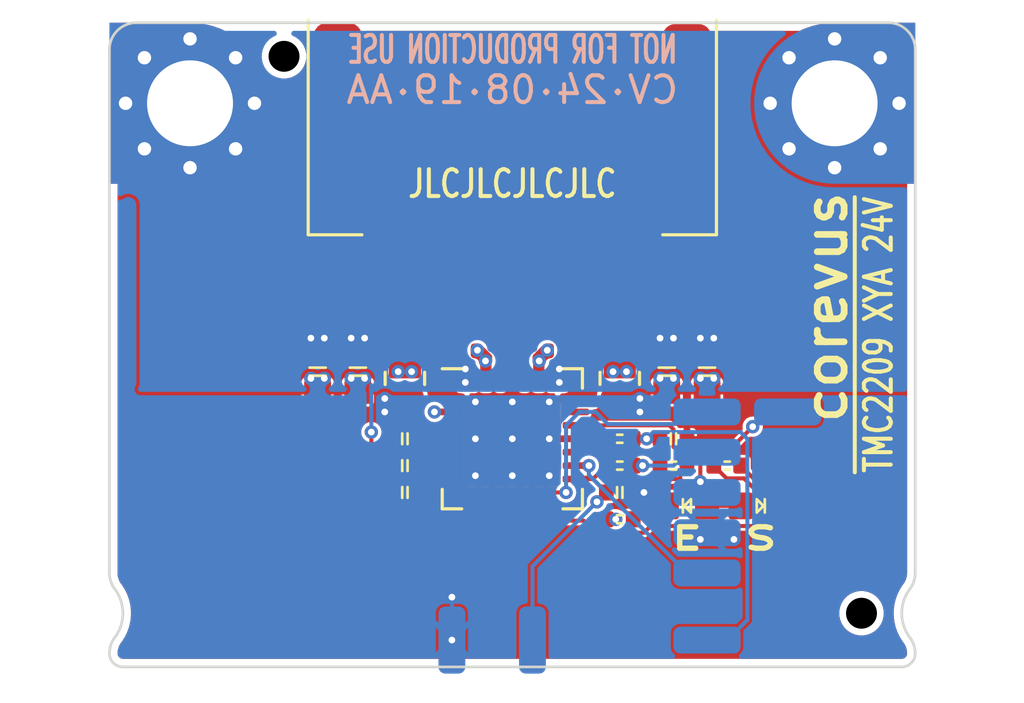
<source format=kicad_pcb>
(kicad_pcb (version 20240108) (generator "pcbnew") (generator_version "8.0")
  (layers (0 "F.Cu" signal) (1 "In1.Cu" power) (2 "In2.Cu" power) (31 "B.Cu" signal) (34 "B.Paste" user) (35 "F.Paste" user) (36 "B.SilkS" user "B.Silkscreen") (37 "F.SilkS" user "F.Silkscreen") (38 "B.Mask" user) (39 "F.Mask" user) (44 "Edge.Cuts" user))
  (net 0 "")
  (net 1 "/Diag")
  (net 2 "/UART")
  (net 3 "/BRA")
  (net 4 "GND")
  (net 5 "/BRB")
  (net 6 "/Step")
  (net 7 "/Dir")
  (net 8 "Net-(U1-CPO)")
  (net 10 "Net-(U1-5VOUT)")
  (net 11 "Net-(U1-CPI)")
  (net 12 "/~{En}")
  (net 14 "+24V")
  (net 17 "Net-(U1-VCP)")
  (net 19 "VCC")
  (net 21 "Net-(D1-K)")
  (net 23 "/B1")
  (net 24 "/B2")
  (net 25 "/A1")
  (net 26 "/A2")
  (net 27 "Net-(D2-K)")
  (net 28 "/THERM")
  (footprint "corevus:ToolingHole" (layer "F.Cu") (at 148 79)
    (property "Reference" "H3" (hide yes))
    (property "Value" "MountingHole")
    (pad "" np_thru_hole circle (at 0 0) (size 1.3 1.3) (drill 1.152) (layers "*.Mask"))
  )
  (footprint "corevus:TMC220x" (layer "F.Cu") (at 135 72.5)
    (property "Reference" "U1" (hide yes))
    (property "Value" "TMC2209-LA")
    (fp_line (start -2.61 2.61) (end -2.61 1.885) (stroke (width 0.12)) (layer "F.SilkS"))
    (fp_line (start -1.885 -2.61) (end -2.61 -2.61) (stroke (width 0.12)) (layer "F.SilkS"))
    (fp_line (start -1.885 2.61) (end -2.61 2.61) (stroke (width 0.12)) (layer "F.SilkS"))
    (fp_line (start 1.885 -2.61) (end 2.61 -2.61) (stroke (width 0.12)) (layer "F.SilkS"))
    (fp_line (start 1.885 2.61) (end 2.61 2.61) (stroke (width 0.12)) (layer "F.SilkS"))
    (fp_line (start 2.61 -2.61) (end 2.61 -1.885) (stroke (width 0.12)) (layer "F.SilkS"))
    (fp_line (start 2.61 2.61) (end 2.61 1.885) (stroke (width 0.12)) (layer "F.SilkS"))
    (pad "1" smd roundrect (at -2.3625 -1.5) (size 0.975 0.25) (layers "F.Cu" "F.Paste" "F.Mask") (net 24 "/B2"))
    (pad "2" smd roundrect (at -2.3625 -1) (size 0.975 0.25) (layers "F.Cu" "F.Paste" "F.Mask") (net 12 "/~{En}"))
    (pad "3" smd roundrect (at -2.3625 -0.5) (size 0.975 0.25) (layers "F.Cu" "F.Paste" "F.Mask") (net 4 "GND"))
    (pad "4" smd roundrect (at -2.3625 0) (size 0.975 0.25) (layers "F.Cu" "F.Paste" "F.Mask") (net 8 "Net-(U1-CPO)"))
    (pad "5" smd roundrect (at -2.3625 0.5) (size 0.975 0.25) (layers "F.Cu" "F.Paste" "F.Mask") (net 11 "Net-(U1-CPI)"))
    (pad "6" smd roundrect (at -2.3625 1) (size 0.975 0.25) (layers "F.Cu" "F.Paste" "F.Mask") (net 17 "Net-(U1-VCP)"))
    (pad "7" smd roundrect (at -2.3625 1.5) (size 0.975 0.25) (layers "F.Cu" "F.Paste" "F.Mask"))
    (pad "8" smd roundrect (at -1.5 2.3625) (size 0.25 0.975) (layers "F.Cu" "F.Paste" "F.Mask") (net 10 "Net-(U1-5VOUT)"))
    (pad "9" smd roundrect (at -1 2.3625) (size 0.25 0.975) (layers "F.Cu" "F.Paste" "F.Mask"))
    (pad "10" smd roundrect (at -0.5 2.3625) (size 0.25 0.975) (layers "F.Cu" "F.Paste" "F.Mask"))
    (pad "11" smd roundrect (at 0 2.3625) (size 0.25 0.975) (layers "F.Cu" "F.Paste" "F.Mask") (net 1 "/Diag"))
    (pad "12" smd roundrect (at 0.5 2.3625) (size 0.25 0.975) (layers "F.Cu" "F.Paste" "F.Mask"))
    (pad "13" smd roundrect (at 1 2.3625) (size 0.25 0.975) (layers "F.Cu" "F.Paste" "F.Mask"))
    (pad "14" smd roundrect (at 1.5 2.3625) (size 0.25 0.975) (layers "F.Cu" "F.Paste" "F.Mask") (net 2 "/UART"))
    (pad "15" smd roundrect (at 2.3625 1.5) (size 0.975 0.25) (layers "F.Cu" "F.Paste" "F.Mask") (net 19 "VCC"))
    (pad "16" smd roundrect (at 2.3625 1) (size 0.975 0.25) (layers "F.Cu" "F.Paste" "F.Mask") (net 6 "/Step"))
    (pad "17" smd roundrect (at 2.3625 0.5) (size 0.975 0.25) (layers "F.Cu" "F.Paste" "F.Mask"))
    (pad "18" smd roundrect (at 2.3625 0) (size 0.975 0.25) (layers "F.Cu" "F.Paste" "F.Mask") (net 4 "GND"))
    (pad "19" smd roundrect (at 2.3625 -0.5) (size 0.975 0.25) (layers "F.Cu" "F.Paste" "F.Mask") (net 7 "/Dir"))
    (pad "20" smd roundrect (at 2.3625 -1) (size 0.975 0.25) (layers "F.Cu" "F.Paste" "F.Mask"))
    (pad "21" smd roundrect (at 2.3625 -1.5) (size 0.975 0.25) (layers "F.Cu" "F.Paste" "F.Mask") (net 26 "/A2"))
    (pad "22" smd roundrect (at 1.5 -2.3625) (size 0.25 0.975) (layers "F.Cu" "F.Paste" "F.Mask") (net 14 "+24V"))
    (pad "23" smd roundrect (at 1 -2.3625) (size 0.25 0.975) (layers "F.Cu" "F.Paste" "F.Mask") (net 3 "/BRA"))
    (pad "24" smd roundrect (at 0.5 -2.3625) (size 0.25 0.975) (layers "F.Cu" "F.Paste" "F.Mask") (net 25 "/A1"))
    (pad "25" smd roundrect (at 0 -2.3625) (size 0.25 0.975) (layers "F.Cu" "F.Paste" "F.Mask") (net 4 "GND"))
    (pad "26" smd roundrect (at -0.5 -2.3625) (size 0.25 0.975) (layers "F.Cu" "F.Paste" "F.Mask") (net 23 "/B1"))
    (pad "27" smd roundrect (at -1 -2.3625) (size 0.25 0.975) (layers "F.Cu" "F.Paste" "F.Mask") (net 5 "/BRB"))
    (pad "28" smd roundrect (at -1.5 -2.3625) (size 0.25 0.975) (layers "F.Cu" "F.Paste" "F.Mask") (net 14 "+24V"))
    (pad "29" thru_hole circle (at -1.375 -1.375) (size 0.5 0.5) (drill 0.25) (layers "*.Cu") (net 4 "GND"))
    (pad "29" thru_hole circle (at -1.375 0) (size 0.5 0.5) (drill 0.25) (layers "*.Cu") (net 4 "GND"))
    (pad "29" thru_hole circle (at -1.375 1.375) (size 0.5 0.5) (drill 0.25) (layers "*.Cu") (net 4 "GND"))
    (pad "29" thru_hole circle (at 0 -1.375) (size 0.5 0.5) (drill 0.25) (layers "*.Cu") (net 4 "GND"))
    (pad "29" thru_hole circle (at 0 0) (size 0.5 0.5) (drill 0.25) (layers "*.Cu") (net 4 "GND"))
    (pad "29" smd roundrect (at 0 0) (size 3.25 3.25) (layers "F.Cu" "F.Mask") (roundrect_rratio 0.07692307692) (net 4 "GND"))
    (pad "29" thru_hole circle (at 0 1.375) (size 0.5 0.5) (drill 0.25) (layers "*.Cu") (net 4 "GND"))
    (pad "29" thru_hole circle (at 1.375 -1.375) (size 0.5 0.5) (drill 0.25) (layers "*.Cu") (net 4 "GND"))
    (pad "29" thru_hole circle (at 1.375 0) (size 0.5 0.5) (drill 0.25) (layers "*.Cu") (net 4 "GND"))
    (pad "29" thru_hole circle (at 1.375 1.375) (size 0.5 0.5) (drill 0.25) (layers "*.Cu") (net 4 "GND"))
  )
  (footprint "corevus:XKB_X8821WRS-04" (layer "F.Cu") (at 135 62.5 180)
    (property "Reference" "M1" (hide yes))
    (property "Value" "JST XH")
    (fp_line (start 7.6 -2.4) (end 7.6 5.6) (stroke (width 0.12)) (layer "F.SilkS"))
    (fp_line (start 7.6 -2.4) (end 5.6 -2.4) (stroke (width 0.12)) (layer "F.SilkS"))
    (fp_line (start -7.6 -2.4) (end -5.6 -2.4) (stroke (width 0.12)) (layer "F.SilkS"))
    (fp_line (start -7.6 -2.4) (end -7.6 5.6) (stroke (width 0.12)) (layer "F.SilkS"))
    (pad "1" smd roundrect (at -3.75 -3.5 180) (size 1.25 4) (layers "F.Cu" "F.Paste" "F.Mask") (roundrect_rratio 0.4) (net 26 "/A2"))
    (pad "2" smd roundrect (at -1.25 -3.5 180) (size 1.25 4) (layers "F.Cu" "F.Paste" "F.Mask") (roundrect_rratio 0.4) (net 25 "/A1"))
    (pad "3" smd roundrect (at 1.25 -3.5 180) (size 1.25 4) (layers "F.Cu" "F.Paste" "F.Mask") (roundrect_rratio 0.4) (net 23 "/B1"))
    (pad "4" smd roundrect (at 3.75 -3.5 180) (size 1.25 4) (layers "F.Cu" "F.Paste" "F.Mask") (roundrect_rratio 0.4) (net 24 "/B2"))
    (pad "5" smd roundrect (at 6.5 3.5 180) (size 1.8 4) (layers "F.Cu" "F.Paste" "F.Mask") (roundrect_rratio 0.2777777778))
    (pad "6" smd roundrect (at -6.5 3.5 180) (size 1.8 3.9) (layers "F.Cu" "F.Paste" "F.Mask"))
  )
  (footprint "corevus:MountingHole_M3_Driver" (layer "F.Cu") (at 147 60 -90)
    (property "Reference" "H2" (hide yes))
    (property "Value" "Gnd")
    (pad "1" thru_hole circle (at -2.4 0 270) (size 0.8 0.8) (drill 0.5) (layers "*.Cu" "*.Mask") (net 4 "GND"))
    (pad "1" thru_hole circle (at -1.697056 -1.697056 270) (size 0.8 0.8) (drill 0.5) (layers "*.Cu" "*.Mask") (net 4 "GND"))
    (pad "1" thru_hole circle (at -1.697056 1.697056 270) (size 0.8 0.8) (drill 0.5) (layers "*.Cu" "*.Mask") (net 4 "GND"))
    (pad "1" thru_hole circle (at 0 -2.4 270) (size 0.8 0.8) (drill 0.5) (layers "*.Cu" "*.Mask") (net 4 "GND"))
    (pad "1" thru_hole custom (at 0 0 270) (size 6 6) (drill 3.2) (layers "*.Cu" "*.Mask") (net 4 "GND") (options (clearance outline) (anchor circle)) (primitives (gr_poly (pts (xy -3 0) (xy 3 0) (xy 3 -3) (xy -3 -3)) (width 0) (fill yes))))
    (pad "1" thru_hole circle (at 0 2.4 270) (size 0.8 0.8) (drill 0.5) (layers "*.Cu" "*.Mask") (net 4 "GND"))
    (pad "1" thru_hole circle (at 1.697056 -1.697056 270) (size 0.8 0.8) (drill 0.5) (layers "*.Cu" "*.Mask") (net 4 "GND"))
    (pad "1" thru_hole circle (at 1.697056 1.697056 270) (size 0.8 0.8) (drill 0.5) (layers "*.Cu" "*.Mask") (net 4 "GND"))
    (pad "1" thru_hole circle (at 2.4 0 270) (size 0.8 0.8) (drill 0.5) (layers "*.Cu" "*.Mask") (net 4 "GND"))
  )
  (footprint "AlphaLib:0603LED" (layer "F.Cu") (at 141.5 75)
    (property "Reference" "D1" (hide yes))
    (property "Value" "G")
    (fp_line (start -0.15 -0.25) (end -0.15 0.25) (stroke (width 0.1)) (layer "F.SilkS"))
    (fp_poly (pts (xy 0.15 0.25) (xy -0.1 0) (xy 0.15 -0.25)) (stroke (width 0.1)) (fill none) (layer "F.SilkS"))
    (pad "1" smd roundrect (at -0.75 0) (size 0.9 1) (layers "F.Cu" "F.Paste" "F.Mask") (roundrect_rratio 0.1111111111) (net 21 "Net-(D1-K)"))
    (pad "2" smd roundrect (at 0.75 0) (size 0.9 1) (layers "F.Cu" "F.Paste" "F.Mask") (roundrect_rratio 0.1111111111) (net 19 "VCC"))
  )
  (footprint "AlphaLib:0603C" (layer "F.Cu") (at 142.25 70 90)
    (property "Reference" "C5" (hide yes))
    (property "Value" "1μF 50V")
    (fp_line (start 0.15 -0.3) (end 0.15 0.3) (stroke (width 0.1)) (layer "F.SilkS"))
    (fp_line (start -0.15 -0.3) (end -0.15 0.3) (stroke (width 0.1)) (layer "F.SilkS"))
    (pad "1" smd roundrect (at -0.75 0 90) (size 0.9 1) (layers "F.Cu" "F.Paste" "F.Mask") (roundrect_rratio 0.1111111111) (net 4 "GND"))
    (pad "2" smd roundrect (at 0.75 0 90) (size 0.9 1) (layers "F.Cu" "F.Paste" "F.Mask") (roundrect_rratio 0.1111111111) (net 14 "+24V"))
  )
  (footprint "AlphaLib:0402R" (layer "F.Cu") (at 139 73.5)
    (property "Reference" "R2" (hide yes))
    (property "Value" "10kΩ")
    (fp_line (start 0.1 -0.15) (end -0.1 -0.15) (stroke (width 0.1)) (layer "F.SilkS"))
    (fp_line (start 0.1 0.15) (end -0.1 0.15) (stroke (width 0.1)) (layer "F.SilkS"))
    (pad "1" smd roundrect (at -0.5 0) (size 0.55 0.6) (layers "F.Cu" "F.Paste" "F.Mask") (roundrect_rratio 0.1818181818) (net 19 "VCC"))
    (pad "2" smd roundrect (at 0.5 0) (size 0.55 0.6) (layers "F.Cu" "F.Paste" "F.Mask") (roundrect_rratio 0.1818181818) (net 12 "/~{En}"))
  )
  (footprint "AlphaLib:0402C" (layer "F.Cu") (at 131 74.5)
    (property "Reference" "C2" (hide yes))
    (property "Value" "1μF")
    (fp_line (start -0.1 0.2) (end -0.1 -0.2) (stroke (width 0.1)) (layer "F.SilkS"))
    (fp_line (start 0.1 0.2) (end 0.1 -0.2) (stroke (width 0.1)) (layer "F.SilkS"))
    (pad "1" smd roundrect (at -0.5 0) (size 0.55 0.6) (layers "F.Cu" "F.Paste" "F.Mask") (roundrect_rratio 0.1818181818) (net 4 "GND"))
    (pad "2" smd roundrect (at 0.5 0) (size 0.55 0.6) (layers "F.Cu" "F.Paste" "F.Mask") (roundrect_rratio 0.1818181818) (net 10 "Net-(U1-5VOUT)"))
  )
  (footprint "Resistor_SMD:R_0805_2012Metric" (layer "F.Cu") (at 131 70.25 -90)
    (property "Reference" "R5" (hide yes))
    (property "Value" "100mΩ")
    (fp_line (start -0.227064 0.735) (end 0.227064 0.735) (stroke (width 0.12)) (layer "F.SilkS"))
    (fp_line (start -0.227064 -0.735) (end 0.227064 -0.735) (stroke (width 0.12)) (layer "F.SilkS"))
    (pad "1" smd roundrect (at -0.9125 0 270) (size 1.025 1.4) (layers "F.Cu" "F.Paste" "F.Mask") (roundrect_rratio 0.243902439) (net 5 "/BRB"))
    (pad "2" smd roundrect (at 0.9125 0 270) (size 1.025 1.4) (layers "F.Cu" "F.Paste" "F.Mask") (roundrect_rratio 0.243902439) (net 4 "GND"))
  )
  (footprint "AlphaLib:0402C" (layer "F.Cu") (at 131 72.5 180)
    (property "Reference" "C4" (hide yes))
    (property "Value" "22nF 50V")
    (fp_line (start 0.1 0.2) (end 0.1 -0.2) (stroke (width 0.1)) (layer "F.SilkS"))
    (fp_line (start -0.1 0.2) (end -0.1 -0.2) (stroke (width 0.1)) (layer "F.SilkS"))
    (pad "1" smd roundrect (at -0.499999 0 180) (size 0.55 0.6) (layers "F.Cu" "F.Paste" "F.Mask") (roundrect_rratio 0.1818181818) (net 8 "Net-(U1-CPO)"))
    (pad "2" smd roundrect (at 0.499999 0 180) (size 0.55 0.6) (layers "F.Cu" "F.Paste" "F.Mask") (roundrect_rratio 0.1818181818) (net 11 "Net-(U1-CPI)"))
  )
  (footprint "corevus:MountingHole_M3_Driver" (layer "F.Cu") (at 123 60 90)
    (property "Reference" "H1" (hide yes))
    (property "Value" "VM")
    (pad "1" thru_hole circle (at -2.4 0 90) (size 0.8 0.8) (drill 0.5) (layers "*.Cu" "*.Mask") (net 14 "+24V"))
    (pad "1" thru_hole circle (at -1.697056 -1.697056 90) (size 0.8 0.8) (drill 0.5) (layers "*.Cu" "*.Mask") (net 14 "+24V"))
    (pad "1" thru_hole circle (at -1.697056 1.697056 90) (size 0.8 0.8) (drill 0.5) (layers "*.Cu" "*.Mask") (net 14 "+24V"))
    (pad "1" thru_hole circle (at 0 -2.4 90) (size 0.8 0.8) (drill 0.5) (layers "*.Cu" "*.Mask") (net 14 "+24V"))
    (pad "1" thru_hole custom (at 0 0 90) (size 6 6) (drill 3.2) (layers "*.Cu" "*.Mask") (net 14 "+24V") (options (clearance outline) (anchor circle)) (primitives (gr_poly (pts (xy -3 0) (xy 3 0) (xy 3 -3) (xy -3 -3)) (width 0) (fill yes))))
    (pad "1" thru_hole circle (at 0 2.4 90) (size 0.8 0.8) (drill 0.5) (layers "*.Cu" "*.Mask") (net 14 "+24V"))
    (pad "1" thru_hole circle (at 1.697056 -1.697056 90) (size 0.8 0.8) (drill 0.5) (layers "*.Cu" "*.Mask") (net 14 "+24V"))
    (pad "1" thru_hole circle (at 1.697056 1.697056 90) (size 0.8 0.8) (drill 0.5) (layers "*.Cu" "*.Mask") (net 14 "+24V"))
    (pad "1" thru_hole circle (at 2.4 0 90) (size 0.8 0.8) (drill 0.5) (layers "*.Cu" "*.Mask") (net 14 "+24V"))
  )
  (footprint "AlphaLib:0603LED" (layer "F.Cu") (at 144.25 75 180)
    (property "Reference" "D2" (hide yes))
    (property "Value" "Y")
    (fp_line (start -0.15 -0.25) (end -0.15 0.25) (stroke (width 0.1)) (layer "F.SilkS"))
    (fp_poly (pts (xy 0.15 0.25) (xy -0.1 0) (xy 0.15 -0.25)) (stroke (width 0.1)) (fill none) (layer "F.SilkS"))
    (pad "1" smd roundrect (at -0.75 0 180) (size 0.9 1) (layers "F.Cu" "F.Paste" "F.Mask") (roundrect_rratio 0.1111111111) (net 27 "Net-(D2-K)"))
    (pad "2" smd roundrect (at 0.75 0 180) (size 0.9 1) (layers "F.Cu" "F.Paste" "F.Mask") (roundrect_rratio 0.1111111111) (net 19 "VCC"))
  )
  (footprint "AlphaLib:0402C" (layer "F.Cu") (at 131 73.5 180)
    (property "Reference" "C3" (hide yes))
    (property "Value" "100nF 16V")
    (fp_line (start 0.1 0.2) (end 0.1 -0.2) (stroke (width 0.1)) (layer "F.SilkS"))
    (fp_line (start -0.1 0.2) (end -0.1 -0.2) (stroke (width 0.1)) (layer "F.SilkS"))
    (pad "1" smd roundrect (at -0.499999 0 180) (size 0.55 0.6) (layers "F.Cu" "F.Paste" "F.Mask") (roundrect_rratio 0.1818181818) (net 17 "Net-(U1-VCP)"))
    (pad "2" smd roundrect (at 0.499999 0 180) (size 0.55 0.6) (layers "F.Cu" "F.Paste" "F.Mask") (roundrect_rratio 0.1818181818) (net 14 "+24V"))
  )
  (footprint "AlphaLib:0402C" (layer "F.Cu") (at 139 74.5)
    (property "Reference" "C1" (hide yes))
    (property "Value" "1μF")
    (fp_line (start -0.1 0.2) (end -0.1 -0.2) (stroke (width 0.1)) (layer "F.SilkS"))
    (fp_line (start 0.1 0.2) (end 0.1 -0.2) (stroke (width 0.1)) (layer "F.SilkS"))
    (pad "1" smd roundrect (at -0.5 0) (size 0.55 0.6) (layers "F.Cu" "F.Paste" "F.Mask") (roundrect_rratio 0.1818181818) (net 19 "VCC"))
    (pad "2" smd roundrect (at 0.5 0) (size 0.55 0.6) (layers "F.Cu" "F.Paste" "F.Mask") (roundrect_rratio 0.1818181818) (net 4 "GND"))
  )
  (footprint "AlphaLib:0402R" (layer "F.Cu") (at 143 73.5 180)
    (property "Reference" "R16" (hide yes))
    (property "Value" "4.7kΩ")
    (fp_line (start 0.1 0.15) (end -0.1 0.15) (stroke (width 0.1)) (layer "F.SilkS"))
    (fp_line (start 0.1 -0.15) (end -0.1 -0.15) (stroke (width 0.1)) (layer "F.SilkS"))
    (pad "1" smd roundrect (at -0.5 0 180) (size 0.55 0.6) (layers "F.Cu" "F.Paste" "F.Mask") (roundrect_rratio 0.1818181818) (net 27 "Net-(D2-K)"))
    (pad "2" smd roundrect (at 0.5 0 180) (size 0.55 0.6) (layers "F.Cu" "F.Paste" "F.Mask") (roundrect_rratio 0.1818181818) (net 1 "/Diag"))
  )
  (footprint "AlphaLib:0603C" (layer "F.Cu") (at 140.75 70 90)
    (property "Reference" "C6" (hide yes))
    (property "Value" "1μF 50V")
    (fp_line (start 0.15 -0.3) (end 0.15 0.3) (stroke (width 0.1)) (layer "F.SilkS"))
    (fp_line (start -0.15 -0.3) (end -0.15 0.3) (stroke (width 0.1)) (layer "F.SilkS"))
    (pad "1" smd roundrect (at -0.75 0 90) (size 0.9 1) (layers "F.Cu" "F.Paste" "F.Mask") (roundrect_rratio 0.1111111111) (net 4 "GND"))
    (pad "2" smd roundrect (at 0.75 0 90) (size 0.9 1) (layers "F.Cu" "F.Paste" "F.Mask") (roundrect_rratio 0.1111111111) (net 14 "+24V"))
  )
  (footprint "AlphaLib:0402R" (layer "F.Cu") (at 139 72.5 180)
    (property "Reference" "TH1" (hide yes))
    (property "Value" "10kΩ 3950K")
    (fp_line (start 0.1 0.15) (end -0.1 0.15) (stroke (width 0.1)) (layer "F.SilkS"))
    (fp_line (start 0.1 -0.15) (end -0.1 -0.15) (stroke (width 0.1)) (layer "F.SilkS"))
    (pad "1" smd roundrect (at -0.499999 0 180) (size 0.55 0.6) (layers "F.Cu" "F.Paste" "F.Mask") (roundrect_rratio 0.1818181818) (net 28 "/THERM"))
    (pad "2" smd roundrect (at 0.499999 0 180) (size 0.55 0.6) (layers "F.Cu" "F.Paste" "F.Mask") (roundrect_rratio 0.1818181818) (net 4 "GND"))
  )
  (footprint "AlphaLib:0402R" (layer "F.Cu") (at 141 73.5)
    (property "Reference" "R20" (hide yes))
    (property "Value" "4.7kΩ")
    (fp_line (start 0.1 -0.15) (end -0.1 -0.15) (stroke (width 0.1)) (layer "F.SilkS"))
    (fp_line (start 0.1 0.15) (end -0.1 0.15) (stroke (width 0.1)) (layer "F.SilkS"))
    (pad "1" smd roundrect (at -0.499999 0) (size 0.55 0.6) (layers "F.Cu" "F.Paste" "F.Mask") (roundrect_rratio 0.1818181818) (net 28 "/THERM"))
    (pad "2" smd roundrect (at 0.499999 0) (size 0.55 0.6) (layers "F.Cu" "F.Paste" "F.Mask") (roundrect_rratio 0.1818181818) (net 19 "VCC"))
  )
  (footprint "corevus:ToolingHole" (layer "F.Cu") (at 126.5 58.25)
    (property "Reference" "H4" (hide yes))
    (property "Value" "MountingHole")
    (pad "" np_thru_hole circle (at 0 0) (size 1.3 1.3) (drill 1.152) (layers "*.Mask"))
  )
  (footprint "AlphaLib:0603C" (layer "F.Cu") (at 129.25 70 90)
    (property "Reference" "C7" (hide yes))
    (property "Value" "1μF 50V")
    (fp_line (start 0.15 -0.3) (end 0.15 0.3) (stroke (width 0.1)) (layer "F.SilkS"))
    (fp_line (start -0.15 -0.3) (end -0.15 0.3) (stroke (width 0.1)) (layer "F.SilkS"))
    (pad "1" smd roundrect (at -0.75 0 90) (size 0.9 1) (layers "F.Cu" "F.Paste" "F.Mask") (roundrect_rratio 0.1111111111) (net 4 "GND"))
    (pad "2" smd roundrect (at 0.75 0 90) (size 0.9 1) (layers "F.Cu" "F.Paste" "F.Mask") (roundrect_rratio 0.1111111111) (net 14 "+24V"))
  )
  (footprint "AlphaLib:0402C" (layer "F.Cu") (at 141 72.5)
    (property "Reference" "C13" (hide yes))
    (property "Value" "1μF")
    (fp_line (start -0.1 0.2) (end -0.1 -0.2) (stroke (width 0.1)) (layer "F.SilkS"))
    (fp_line (start 0.1 0.2) (end 0.1 -0.2) (stroke (width 0.1)) (layer "F.SilkS"))
    (pad "1" smd roundrect (at -0.499999 0) (size 0.55 0.6) (layers "F.Cu" "F.Paste" "F.Mask") (roundrect_rratio 0.1818181818) (net 28 "/THERM"))
    (pad "2" smd roundrect (at 0.499999 0) (size 0.55 0.6) (layers "F.Cu" "F.Paste" "F.Mask") (roundrect_rratio 0.1818181818) (net 4 "GND"))
  )
  (footprint "Resistor_SMD:R_0805_2012Metric" (layer "F.Cu") (at 139 70.25 -90)
    (property "Reference" "R4" (hide yes))
    (property "Value" "100mΩ")
    (fp_line (start -0.227064 0.735) (end 0.227064 0.735) (stroke (width 0.12)) (layer "F.SilkS"))
    (fp_line (start -0.227064 -0.735) (end 0.227064 -0.735) (stroke (width 0.12)) (layer "F.SilkS"))
    (pad "1" smd roundrect (at -0.9125 0 270) (size 1.025 1.4) (layers "F.Cu" "F.Paste" "F.Mask") (roundrect_rratio 0.243902439) (net 3 "/BRA"))
    (pad "2" smd roundrect (at 0.9125 0 270) (size 1.025 1.4) (layers "F.Cu" "F.Paste" "F.Mask") (roundrect_rratio 0.243902439) (net 4 "GND"))
  )
  (footprint "AlphaLib:0603C" (layer "F.Cu") (at 127.75 70 90)
    (property "Reference" "C8" (hide yes))
    (property "Value" "1μF 50V")
    (fp_line (start 0.15 -0.3) (end 0.15 0.3) (stroke (width 0.1)) (layer "F.SilkS"))
    (fp_line (start -0.15 -0.3) (end -0.15 0.3) (stroke (width 0.1)) (layer "F.SilkS"))
    (pad "1" smd roundrect (at -0.75 0 90) (size 0.9 1) (layers "F.Cu" "F.Paste" "F.Mask") (roundrect_rratio 0.1111111111) (net 4 "GND"))
    (pad "2" smd roundrect (at 0.75 0 90) (size 0.9 1) (layers "F.Cu" "F.Paste" "F.Mask") (roundrect_rratio 0.1111111111) (net 14 "+24V"))
  )
  (footprint "AlphaLib:0402R" (layer "F.Cu") (at 139 75.5 180)
    (property "Reference" "R1" (hide yes))
    (property "Value" "4.7kΩ")
    (fp_line (start 0.1 0.15) (end -0.1 0.15) (stroke (width 0.1)) (layer "F.SilkS"))
    (fp_line (start 0.1 -0.15) (end -0.1 -0.15) (stroke (width 0.1)) (layer "F.SilkS"))
    (pad "1" smd roundrect (at -0.5 0 180) (size 0.55 0.6) (layers "F.Cu" "F.Paste" "F.Mask") (roundrect_rratio 0.1818181818) (net 21 "Net-(D1-K)"))
    (pad "2" smd roundrect (at 0.5 0 180) (size 0.55 0.6) (layers "F.Cu" "F.Paste" "F.Mask") (roundrect_rratio 0.1818181818) (net 12 "/~{En}"))
  )
  (footprint "corevus:LGA_Land_2.5mm" (layer "B.Cu") (at 145.25 71.5 -90)
    (property "Reference" "T17" (hide yes))
    (property "Value" "DIAG")
    (pad "1" smd roundrect (at 0 0 270) (size 1 2.5) (layers "B.Cu" "B.Mask") (net 1 "/Diag"))
  )
  (footprint "corevus:LGA_Land_2.5mm" (layer "B.Cu") (at 135.75 80)
    (property "Reference" "T8" (hide yes))
    (property "Value" "VCC")
    (pad "1" smd roundrect (at 0 0) (size 1 2.5) (layers "B.Cu" "B.Mask") (net 19 "VCC"))
  )
  (footprint "corevus:LGA_Land_2.5mm" (layer "B.Cu") (at 142.25 71.5 90)
    (property "Reference" "T10" (hide yes))
    (property "Value" "CS0")
    (pad "1" smd roundrect (at 0 0 90) (size 1 2.5) (layers "B.Cu" "B.Mask") (net 2 "/UART"))
  )
  (footprint "corevus:LGA_Land_2.5mm" (layer "B.Cu") (at 142.25 73 90)
    (property "Reference" "T14" (hide yes))
    (property "Value" "EN")
    (pad "1" smd roundrect (at 0 0 90) (size 1 2.5) (layers "B.Cu" "B.Mask") (net 12 "/~{En}"))
  )
  (footprint "corevus:LGA_Land_2.5mm" (layer "B.Cu") (at 142.25 74.5 90)
    (property "Reference" "T13" (hide yes))
    (property "Value" "DIR")
    (pad "1" smd roundrect (at 0 0 90) (size 1 2.5) (layers "B.Cu" "B.Mask") (net 7 "/Dir"))
  )
  (footprint "corevus:LGA_Land_2.5mm" (layer "B.Cu") (at 142.25 77.5 90)
    (property "Reference" "T11" (hide yes))
    (property "Value" "STEP")
    (pad "1" smd roundrect (at 0 0 90) (size 1 2.5) (layers "B.Cu" "B.Mask") (net 6 "/Step"))
  )
  (footprint "corevus:LGA_Land_2.5mm" (layer "B.Cu") (at 132.75 80)
    (property "Reference" "T5" (hide yes))
    (property "Value" "GND")
    (pad "1" smd roundrect (at 0 0) (size 1 2.5) (layers "B.Cu" "B.Mask") (net 4 "GND"))
  )
  (footprint "corevus:LGA_Land_2.5mm" (layer "B.Cu") (at 142.25 76 90)
    (property "Reference" "T12" (hide yes))
    (property "Value" "GND")
    (pad "1" smd roundrect (at 0 0 90) (size 1 2.5) (layers "B.Cu" "B.Mask") (net 4 "GND"))
  )
  (footprint "corevus:LGA_Land_2.5mm" (layer "B.Cu") (at 142.25 80 90)
    (property "Reference" "T9" (hide yes))
    (property "Value" "Therm")
    (pad "1" smd roundrect (at 0 0 90) (size 1 2.5) (layers "B.Cu" "B.Mask") (net 28 "/THERM"))
  )
  (gr_line (start 147.75 73.75) (end 147.75 63.5) (stroke (width 0.15)) (layer "F.SilkS"))
  (gr_line (start 121 57) (end 149 57) (stroke (width 0.1)) (layer "Edge.Cuts"))
  (gr_arc (start 149.5 79) (mid 149.585427 78.499039) (end 149.83205 78.0547) (stroke (width 0.1)) (layer "Edge.Cuts"))
  (gr_line (start 120 77.5) (end 120 58) (stroke (width 0.1)) (layer "Edge.Cuts"))
  (gr_arc (start 120 80.5) (mid 120.042908 80.210216) (end 120.16795 79.9453) (stroke (width 0.1)) (layer "Edge.Cuts"))
  (gr_line (start 149.5 81) (end 120.5 81) (stroke (width 0.1)) (layer "Edge.Cuts"))
  (gr_arc (start 149 57) (mid 149.707107 57.292893) (end 150 58) (stroke (width 0.1)) (layer "Edge.Cuts"))
  (gr_line (start 150 58) (end 150 77.5) (stroke (width 0.1)) (layer "Edge.Cuts"))
  (gr_arc (start 150 77.5) (mid 149.957092 77.789784) (end 149.83205 78.0547) (stroke (width 0.1)) (layer "Edge.Cuts"))
  (gr_arc (start 120 58) (mid 120.292893 57.292893) (end 121 57) (stroke (width 0.1)) (layer "Edge.Cuts"))
  (gr_arc (start 120.16795 78.0547) (mid 120.414573 78.499039) (end 120.5 79) (stroke (width 0.1)) (layer "Edge.Cuts"))
  (gr_arc (start 120.16795 78.0547) (mid 120.042908 77.789784) (end 120 77.5) (stroke (width 0.1)) (layer "Edge.Cuts"))
  (gr_arc (start 120.5 81) (mid 120.146447 80.853553) (end 120 80.5) (stroke (width 0.1)) (layer "Edge.Cuts"))
  (gr_arc (start 120.5 79) (mid 120.414573 79.500961) (end 120.16795 79.9453) (stroke (width 0.1)) (layer "Edge.Cuts"))
  (gr_arc (start 149.83205 79.9453) (mid 149.957092 80.210216) (end 150 80.5) (stroke (width 0.1)) (layer "Edge.Cuts"))
  (gr_arc (start 150 80.5) (mid 149.853553 80.853553) (end 149.5 81) (stroke (width 0.1)) (layer "Edge.Cuts"))
  (gr_arc (start 149.83205 79.9453) (mid 149.585427 79.500961) (end 149.5 79) (stroke (width 0.1)) (layer "Edge.Cuts"))
  (gr_text "CV·24·08·19·AA" (at 135 59.5 0) (layer "B.SilkS") (effects (font (size 1 1)) (justify mirror)))
  (gr_text "NOT FOR PRODUCTION USE" (at 135 58 0) (layer "B.SilkS") (effects (font (size 1 0.6)) (justify mirror)))
  (gr_text "JLCJLCJLCJLC" (at 135 63 0) (layer "F.SilkS") (effects (font (size 1 0.75))))
  (gr_text "E" (at 141.5 75.75 0) (layer "F.SilkS") (effects (font (size 0.8 1.25) (thickness 0.2) (bold yes)) (justify top)))
  (gr_text "S" (at 144.25 75.75 0) (layer "F.SilkS") (effects (font (size 0.8 1.25) (thickness 0.2) (bold yes)) (justify top)))
  (gr_text "corevus" (at 147.55 63.15 90) (layer "F.SilkS") (effects (font (size 1.5 1.5) (thickness 0.25) (bold yes)) (justify right bottom)))
  (gr_text "TMC2209 XYA 24V" (at 148.05 63.4 90) (layer "F.SilkS") (effects (font (size 1 0.75)) (justify right top)))
  (segment (start 137.65 75.55) (end 135.35 75.55) (width 0.15) (layer "F.Cu") (net 1))
  (segment (start 143.94584 75.75) (end 140.15 75.75) (width 0.15) (layer "F.Cu") (net 1))
  (segment (start 144.15 75.54584) (end 143.94584 75.75) (width 0.15) (layer "F.Cu") (net 1))
  (segment (start 142.5 73.5) (end 143.95 72.05) (width 0.15) (layer "F.Cu") (net 1))
  (segment (start 135 75.2) (end 135 74.8625) (width 0.15) (layer "F.Cu") (net 1))
  (segment (start 140.15 75.75) (end 139.9 76) (width 0.15) (layer "F.Cu") (net 1))
  (segment (start 135.35 75.55) (end 135 75.2) (width 0.15) (layer "F.Cu") (net 1))
  (segment (start 144.15 74.503554) (end 144.15 75.54584) (width 0.15) (layer "F.Cu") (net 1))
  (segment (start 138.1 76) (end 137.65 75.55) (width 0.15) (layer "F.Cu") (net 1))
  (segment (start 142.5 73.5) (end 142.975 73.975) (width 0.15) (layer "F.Cu") (net 1))
  (segment (start 143.621446 73.975) (end 144.15 74.503554) (width 0.15) (layer "F.Cu") (net 1))
  (segment (start 142.975 73.975) (end 143.621446 73.975) (width 0.15) (layer "F.Cu") (net 1))
  (segment (start 139.9 76) (end 138.1 76) (width 0.15) (layer "F.Cu") (net 1))
  (via (at 143.95 72.05) (size 0.5) (drill 0.25) (layers "F.Cu" "B.Cu") (net 1))
  (segment (start 143.95 72.05) (end 144.5 71.5) (width 0.15) (layer "B.Cu") (net 1))
  (segment (start 144.5 71.5) (end 145.25 71.5) (width 0.15) (layer "B.Cu") (net 1))
  (segment (start 136.5 74.8625) (end 136.5 74.5) (width 0.15) (layer "F.Cu") (net 2))
  (segment (start 136.5 74.5) (end 137 74.5) (width 0.15) (layer "F.Cu") (net 2))
  (via (at 137 74.5) (size 0.5) (drill 0.25) (layers "F.Cu" "B.Cu") (net 2))
  (segment (start 138.1 71.5) (end 138.55 71.95) (width 0.15) (layer "B.Cu") (net 2))
  (segment (start 137.5 71.5) (end 138.1 71.5) (width 0.15) (layer "B.Cu") (net 2))
  (segment (start 137 72) (end 137.5 71.5) (width 0.15) (layer "B.Cu") (net 2))
  (segment (start 138.55 71.95) (end 141.05 71.95) (width 0.15) (layer "B.Cu") (net 2))
  (segment (start 141.05 71.95) (end 141.25 71.75) (width 0.15) (layer "B.Cu") (net 2))
  (segment (start 137 74.5) (end 137 72) (width 0.15) (layer "B.Cu") (net 2))
  (via (at 136 69.6) (size 0.5) (drill 0.25) (layers "F.Cu" "B.Cu") (net 3))
  (via (at 136.3 69.2) (size 0.5) (drill 0.25) (layers "F.Cu" "B.Cu") (net 3))
  (via (at 139.250001 70) (size 0.5) (drill 0.25) (layers "F.Cu" "B.Cu") (net 3))
  (via (at 138.75 70) (size 0.5) (drill 0.25) (layers "F.Cu" "B.Cu") (net 3))
  (segment (start 142.249998 70.75) (end 142.25 70.75) (width 0.25) (layer "F.Cu") (net 4))
  (segment (start 137.3625 72.5) (end 138.500001 72.5) (width 0.25) (layer "F.Cu") (net 4))
  (segment (start 131.963603 72) (end 131.5 71.536397) (width 0.15) (layer "F.Cu") (net 4))
  (segment (start 139.5 74.5) (end 139.9 74.5) (width 0.25) (layer "F.Cu") (net 4))
  (segment (start 132.6375 72) (end 131.963603 72) (width 0.15) (layer "F.Cu") (net 4))
  (segment (start 141.499999 71.499999) (end 142.249998 70.75) (width 0.25) (layer "F.Cu") (net 4))
  (segment (start 141.499999 72.5) (end 141.499999 71.499999) (width 0.25) (layer "F.Cu") (net 4))
  (segment (start 141.499999 71.499999) (end 140.75 70.75) (width 0.25) (layer "F.Cu") (net 4))
  (segment (start 135 70.1375) (end 135 71.125) (width 0.25) (layer "F.Cu") (net 4))
  (segment (start 137.3625 72.5) (end 136.375 72.5) (width 0.25) (layer "F.Cu") (net 4))
  (segment (start 132.6375 72) (end 133.5 72) (width 0.25) (layer "F.Cu") (net 4))
  (via (at 139.75 71) (size 0.5) (drill 0.25) (layers "F.Cu" "B.Cu") (net 4))
  (via (at 132.75 80) (size 0.5) (drill 0.25) (layers "F.Cu" "B.Cu") (net 4))
  (via (at 142.5 70.25) (size 0.5) (drill 0.25) (layers "F.Cu" "B.Cu") (net 4))
  (via (at 143.25 76.25) (size 0.5) (drill 0.25) (layers "F.Cu" "B.Cu") (net 4))
  (via (at 129 70.25) (size 0.5) (drill 0.25) (layers "F.Cu" "B.Cu") (net 4))
  (via (at 130.25 71.5) (size 0.5) (drill 0.25) (layers "F.Cu" "B.Cu") (net 4))
  (via (at 141 70.25) (size 0.5) (drill 0.25) (layers "F.Cu" "B.Cu") (net 4))
  (via (at 129.5 70.25) (size 0.5) (drill 0.25) (layers "F.Cu" "B.Cu") (net 4))
  (via (at 142 70.25) (size 0.5) (drill 0.25) (layers "F.Cu" "B.Cu") (net 4))
  (via (at 132.75 78.4) (size 0.5) (drill 0.25) (layers "F.Cu" "B.Cu") (net 4))
  (via (at 142 76.25) (size 0.5) (drill 0.25) (layers "F.Cu" "B.Cu") (net 4))
  (via (at 139.9 74.5) (size 0.5) (drill 0.25) (layers "F.Cu" "B.Cu") (net 4))
  (via (at 128 70.25) (size 0.5) (drill 0.25) (layers "F.Cu" "B.Cu") (net 4))
  (via (at 140.5 70.25) (size 0.5) (drill 0.25) (layers "F.Cu" "B.Cu") (net 4))
  (via (at 139.75 71.5) (size 0.5) (drill 0.25) (layers "F.Cu" "B.Cu") (net 4))
  (via (at 127.5 70.25) (size 0.5) (drill 0.25) (layers "F.Cu" "B.Cu") (net 4))
  (via (at 130.25 71) (size 0.5) (drill 0.25) (layers "F.Cu" "B.Cu") (net 4))
  (segment (start 120.7 63.8) (end 120.7 70.4) (width 0.6) (layer "B.Cu") (net 4))
  (segment (start 132.75 80) (end 132.75 78.4) (width 0.15) (layer "B.Cu") (net 4))
  (segment (start 134 70.1375) (end 134 69.6) (width 0.2) (layer "F.Cu") (net 5))
  (via (at 133.699999 69.2) (size 0.5) (drill 0.25) (layers "F.Cu" "B.Cu") (net 5))
  (via (at 131.249999 70) (size 0.5) (drill 0.25) (layers "F.Cu" "B.Cu") (net 5))
  (via (at 134 69.6) (size 0.5) (drill 0.25) (layers "F.Cu" "B.Cu") (net 5))
  (via (at 130.75 70) (size 0.5) (drill 0.25) (layers "F.Cu" "B.Cu") (net 5))
  (segment (start 137.3625 73.5) (end 137.85 73.5) (width 0.15) (layer "F.Cu") (net 6))
  (via (at 137.85 73.5) (size 0.5) (drill 0.25) (layers "F.Cu" "B.Cu") (net 6))
  (segment (start 137.85 73.85) (end 141.5 77.5) (width 0.15) (layer "B.Cu") (net 6))
  (segment (start 137.85 73.5) (end 137.85 73.85) (width 0.15) (layer "B.Cu") (net 6))
  (segment (start 141.5 77.5) (end 142.25 77.5) (width 0.15) (layer "B.Cu") (net 6))
  (segment (start 141.2 73) (end 141.8 73) (width 0.15) (layer "F.Cu") (net 7))
  (segment (start 141.8 73) (end 142 73.2) (width 0.15) (layer "F.Cu") (net 7))
  (segment (start 137.3625 72) (end 140.85 72) (width 0.15) (layer "F.Cu") (net 7))
  (segment (start 140.85 72) (end 141 72.15) (width 0.15) (layer "F.Cu") (net 7))
  (segment (start 141 72.15) (end 141 72.8) (width 0.15) (layer "F.Cu") (net 7))
  (segment (start 142 73.2) (end 142 74.1) (width 0.15) (layer "F.Cu") (net 7))
  (segment (start 141 72.8) (end 141.2 73) (width 0.15) (layer "F.Cu") (net 7))
  (via (at 142 74.1) (size 0.5) (drill 0.25) (layers "F.Cu" "B.Cu") (net 7))
  (segment (start 132.6375 72.5) (end 131.499999 72.5) (width 0.15) (layer "F.Cu") (net 8))
  (segment (start 131.5 74.5) (end 133.5 74.5) (width 0.15) (layer "F.Cu") (net 10))
  (segment (start 131.000001 73) (end 132.6375 73) (width 0.15) (layer "F.Cu") (net 11))
  (segment (start 130.500001 72.5) (end 131.000001 73) (width 0.15) (layer "F.Cu") (net 11))
  (segment (start 132.6375 71.5) (end 132.1 71.5) (width 0.15) (layer "F.Cu") (net 12))
  (segment (start 138.85 75.5) (end 138.5 75.5) (width 0.15) (layer "F.Cu") (net 12))
  (segment (start 139.85 73.5) (end 139.5 73.5) (width 0.15) (layer "F.Cu") (net 12))
  (via (at 139.85 73.5) (size 0.5) (drill 0.25) (layers "F.Cu" "B.Cu") (net 12))
  (via (at 132.1 71.5) (size 0.5) (drill 0.25) (layers "F.Cu" "B.Cu") (net 12))
  (via (at 138.85 75.5) (size 0.5) (drill 0.25) (layers "F.Cu" "B.Cu") (net 12))
  (segment (start 139.85 73.5) (end 141 73.5) (width 0.15) (layer "B.Cu") (net 12))
  (segment (start 141 73.5) (end 141.25 73.25) (width 0.15) (layer "B.Cu") (net 12))
  (segment (start 130.500001 73.5) (end 129.75 72.749999) (width 0.15) (layer "F.Cu") (net 14))
  (segment (start 141 68.75) (end 141 69) (width 0.5) (layer "F.Cu") (net 14))
  (segment (start 128 68.75) (end 128 69) (width 0.5) (layer "F.Cu") (net 14))
  (segment (start 129 68.75) (end 129 69) (width 0.5) (layer "F.Cu") (net 14))
  (segment (start 129 68.75) (end 129.5 68.75) (width 0.5) (layer "F.Cu") (net 14))
  (segment (start 129.5 68.75) (end 129.5 69) (width 0.5) (layer "F.Cu") (net 14))
  (segment (start 127.5 68.75) (end 127.5 69) (width 0.5) (layer "F.Cu") (net 14))
  (segment (start 140.5 68.75) (end 141 68.75) (width 0.5) (layer "F.Cu") (net 14))
  (segment (start 129.75 72.749999) (end 129.75 72.25) (width 0.15) (layer "F.Cu") (net 14))
  (segment (start 142.5 68.75) (end 142.5 69) (width 0.5) (layer "F.Cu") (net 14))
  (segment (start 142 68.75) (end 142 69) (width 0.5) (layer "F.Cu") (net 14))
  (segment (start 140.5 68.75) (end 140.5 69) (width 0.5) (layer "F.Cu") (net 14))
  (segment (start 127.5 68.75) (end 128 68.75) (width 0.5) (layer "F.Cu") (net 14))
  (segment (start 142 68.75) (end 142.5 68.75) (width 0.5) (layer "F.Cu") (net 14))
  (via (at 136.75 70.4) (size 0.5) (drill 0.25) (layers "F.Cu" "B.Cu") (net 14))
  (via (at 142.5 68.75) (size 0.5) (drill 0.25) (layers "F.Cu" "B.Cu") (net 14))
  (via (at 142 68.75) (size 0.5) (drill 0.25) (layers "F.Cu" "B.Cu") (net 14))
  (via (at 128 68.75) (size 0.5) (drill 0.25) (layers "F.Cu" "B.Cu") (net 14))
  (via (at 129.5 68.75) (size 0.5) (drill 0.25) (layers "F.Cu" "B.Cu") (net 14))
  (via (at 136.75 69.9) (size 0.5) (drill 0.25) (layers "F.Cu" "B.Cu") (net 14))
  (via (at 141 68.75) (size 0.5) (drill 0.25) (layers "F.Cu" "B.Cu") (net 14))
  (via (at 127.5 68.75) (size 0.5) (drill 0.25) (layers "F.Cu" "B.Cu") (net 14))
  (via (at 133.25 70.400001) (size 0.5) (drill 0.25) (layers "F.Cu" "B.Cu") (net 14))
  (via (at 129 68.75) (size 0.5) (drill 0.25) (layers "F.Cu" "B.Cu") (net 14))
  (via (at 140.5 68.75) (size 0.5) (drill 0.25) (layers "F.Cu" "B.Cu") (net 14))
  (via (at 133.25 69.9) (size 0.5) (drill 0.25) (layers "F.Cu" "B.Cu") (net 14))
  (via (at 129.75 72.25) (size 0.5) (drill 0.25) (layers "F.Cu" "B.Cu") (net 14))
  (segment (start 129.75 72.25) (end 129.75 71.75) (width 0.15) (layer "B.Cu") (net 14))
  (segment (start 129.75 71.75) (end 129.75 70.5) (width 0.15) (layer "B.Cu") (net 14))
  (segment (start 132.6375 73.5) (end 131.499999 73.5) (width 0.15) (layer "F.Cu") (net 17))
  (segment (start 141.25 74) (end 139 74) (width 0.15) (layer "F.Cu") (net 19))
  (segment (start 138.15 74.85) (end 138.5 74.5) (width 0.15) (layer "F.Cu") (net 19))
  (segment (start 141.25 74) (end 142.25 75) (width 0.15) (layer "F.Cu") (net 19))
  (segment (start 139 74) (end 138.5 73.5) (width 0.15) (layer "F.Cu") (net 19))
  (segment (start 138 74) (end 138.5 73.5) (width 0.15) (layer "F.Cu") (net 19))
  (segment (start 142.25 75) (end 143.5 75) (width 0.15) (layer "F.Cu") (net 19))
  (segment (start 138 74) (end 138.5 74.5) (width 0.15) (layer "F.Cu") (net 19))
  (segment (start 141.25 73.749999) (end 141.25 74) (width 0.15) (layer "F.Cu") (net 19))
  (segment (start 137.3625 74) (end 138 74) (width 0.15) (layer "F.Cu") (net 19))
  (segment (start 139 74) (end 138.5 74.5) (width 0.15) (layer "F.Cu") (net 19))
  (segment (start 141.499999 73.5) (end 141.25 73.749999) (width 0.15) (layer "F.Cu") (net 19))
  (via (at 138.15 74.85) (size 0.5) (drill 0.25) (layers "F.Cu" "B.Cu") (net 19))
  (segment (start 135.75 77.25) (end 135.75 80) (width 0.15) (layer "B.Cu") (net 19))
  (segment (start 138.15 74.85) (end 135.75 77.25) (width 0.15) (layer "B.Cu") (net 19))
  (segment (start 140 75) (end 140.75 75) (width 0.15) (layer "F.Cu") (net 21))
  (segment (start 139.5 75.5) (end 140 75) (width 0.15) (layer "F.Cu") (net 21))
  (segment (start 143.5 73.5) (end 145 75) (width 0.15) (layer "F.Cu") (net 27))
  (segment (start 139.499999 72.5) (end 140.500001 72.5) (width 0.15) (layer "F.Cu") (net 28))
  (segment (start 140.500001 72.5) (end 140 72.5) (width 0.3) (layer "F.Cu") (net 28))
  (segment (start 140.5 72.5) (end 140.500001 72.500001) (width 0.15) (layer "F.Cu") (net 28))
  (segment (start 140.500001 72.500001) (end 140.500001 73.5) (width 0.15) (layer "F.Cu") (net 28))
  (segment (start 139.499999 72.5) (end 140 72.5) (width 0.3) (layer "F.Cu") (net 28))
  (via (at 140 72.5) (size 0.5) (drill 0.25) (layers "F.Cu" "B.Cu") (net 28))
  (segment (start 143.75 72.5) (end 143.75 79.25) (width 0.15) (layer "B.Cu") (net 28))
  (segment (start 143.75 79.25) (end 143 80) (width 0.15) (layer "B.Cu") (net 28))
  (segment (start 140.25 72.25) (end 143.5 72.25) (width 0.15) (layer "B.Cu") (net 28))
  (segment (start 143.5 72.25) (end 143.75 72.5) (width 0.15) (layer "B.Cu") (net 28))
  (segment (start 140 72.5) (end 140.25 72.25) (width 0.15) (layer "B.Cu") (net 28))
  (zone (net 14) (net_name "+24V") (layer "F.Cu") (priority 40) (connect_pads yes (clearance 0.15)) (min_thickness 0.125) (fill yes (thermal_gap 0.25) (thermal_bridge_width 0.25))
    (polygon (pts (xy 137 69.65) (xy 136.349999 69.65) (xy 136.35 70.65) (xy 137 70.65)))
  )
  (zone (net 5) (net_name "/BRB") (layer "F.Cu") (priority 35) (connect_pads yes (clearance 0.15)) (min_thickness 0.25) (fill yes (thermal_gap 0.5) (thermal_bridge_width 0.5))
    (polygon (pts (xy 134.25 70.65) (xy 134.25 69.4) (xy 133.8 68.95) (xy 133.45 68.95) (xy 133.45 70.65)))
  )
  (zone (net 24) (net_name "/B2") (layer "F.Cu") (priority 25) (connect_pads yes (clearance 0.15)) (min_thickness 0.25) (fill yes (thermal_gap 0.5) (thermal_bridge_width 0.5))
    (polygon (pts (xy 131.75 71.25) (xy 131.75 69) (xy 130.5 69.000001) (xy 130.500001 64) (xy 132.8 64) (xy 132.799999 68.3) (xy 133.249999 68.75) (xy 133.25 71.249999)))
  )
  (zone (net 4) (net_name "GND") (layer "F.Cu") (priority 20) (connect_pads yes (clearance 0.1)) (min_thickness 0.125) (fill yes (thermal_gap 0.25) (thermal_bridge_width 0.25))
    (polygon (pts (xy 140 72) (xy 138 72) (xy 138 70.25) (xy 140 70.25)))
  )
  (zone (net 3) (net_name "/BRA") (layer "F.Cu") (priority 40) (connect_pads yes (clearance 0.15)) (min_thickness 0.25) (fill yes (thermal_gap 0.5) (thermal_bridge_width 0.5))
    (polygon (pts (xy 138.4 69.25) (xy 138.4 70.25) (xy 139.6 70.250001) (xy 139.6 69.25)))
  )
  (zone (net 25) (net_name "/A1") (layer "F.Cu") (priority 20) (connect_pads yes (clearance 0.15)) (min_thickness 0.25) (fill yes (thermal_gap 0.5) (thermal_bridge_width 0.5))
    (polygon (pts (xy 137.25 64) (xy 135.099999 64) (xy 135.1 70.65) (xy 135.75 70.65) (xy 135.75 69.4) (xy 136.3 68.850001) (xy 136.85 68.85) (xy 137.25 68.449999)))
  )
  (zone (net 4) (net_name "GND") (layer "F.Cu") (priority 2) (connect_pads yes (clearance 0.125)) (min_thickness 0.2) (fill yes (thermal_gap 0.125) (thermal_bridge_width 0.2) (smoothing fillet) (radius 0.3))
    (polygon (pts (xy 150 63.5) (xy 150 56.5) (xy 143.5 56.5) (xy 143.5 63.5)))
  )
  (zone (net 14) (net_name "+24V") (layer "F.Cu") (priority 40) (connect_pads yes (clearance 0.15)) (min_thickness 0.125) (fill yes (thermal_gap 0.25) (thermal_bridge_width 0.25))
    (polygon (pts (xy 133.65 69.65) (xy 133 69.65) (xy 133 70.65) (xy 133.65 70.65)))
  )
  (zone (net 4) (net_name "GND") (layer "F.Cu") (priority 20) (connect_pads yes (clearance 0.1)) (min_thickness 0.125) (fill yes (thermal_gap 0.25) (thermal_bridge_width 0.25))
    (polygon (pts (xy 132 72) (xy 130 72) (xy 130 70.25) (xy 132 70.25)))
  )
  (zone (net 23) (net_name "/B1") (layer "F.Cu") (priority 20) (connect_pads yes (clearance 0.15)) (min_thickness 0.25) (fill yes (thermal_gap 0.5) (thermal_bridge_width 0.5))
    (polygon (pts (xy 132.750001 64) (xy 134.9 64) (xy 134.9 70.65) (xy 134.25 70.65) (xy 134.25 69.4) (xy 133.7 68.85) (xy 133.15 68.85) (xy 132.75 68.45)))
  )
  (zone (net 5) (net_name "/BRB") (layer "F.Cu") (priority 40) (connect_pads yes (clearance 0.15)) (min_thickness 0.25) (fill yes (thermal_gap 0.5) (thermal_bridge_width 0.5))
    (polygon (pts (xy 130.4 69.25) (xy 130.4 70.25) (xy 131.6 70.25) (xy 131.6 69.25)))
  )
  (zone (net 26) (net_name "/A2") (layer "F.Cu") (priority 25) (connect_pads yes (clearance 0.15)) (min_thickness 0.25) (fill yes (thermal_gap 0.5) (thermal_bridge_width 0.5))
    (polygon (pts (xy 138.25 71.25) (xy 138.25 69) (xy 139.5 69) (xy 139.5 64) (xy 137.2 64) (xy 137.2 68.3) (xy 136.75 68.75) (xy 136.75 71.25)))
  )
  (zone (net 3) (net_name "/BRA") (layer "F.Cu") (priority 35) (connect_pads yes (clearance 0.15)) (min_thickness 0.25) (fill yes (thermal_gap 0.5) (thermal_bridge_width 0.5))
    (polygon (pts (xy 135.75 70.65) (xy 135.75 69.4) (xy 136.2 68.95) (xy 136.55 68.95) (xy 136.55 70.65)))
  )
  (zone (net 4) (net_name "GND") (layers "F.Cu" "In1.Cu" "In2.Cu" "B.Cu") (priority 1) (connect_pads yes (clearance 0.1)) (min_thickness 0.125) (fill yes (thermal_gap 0.25) (thermal_bridge_width 0.25))
    (polygon (pts (xy 133.2 70.7) (xy 136.8 70.7) (xy 136.8 74.3) (xy 133.2 74.3)))
  )
  (zone (net 4) (net_name "GND") (layers "F&B.Cu") (connect_pads (clearance 0.1)) (min_thickness 0.2) (fill yes (thermal_gap 0.1) (thermal_bridge_width 0.2) (island_removal_mode 2) (island_area_min 3))
    (polygon (pts (xy 150 81) (xy 150 57) (xy 120 57) (xy 120 81)))
  )
  (zone (net 14) (net_name "+24V") (layer "B.Cu") (priority 2) (connect_pads yes (clearance 0.125)) (min_thickness 0.2) (fill yes (thermal_gap 0.5) (thermal_bridge_width 0.5))
    (polygon (pts (xy 120 57) (xy 120 70.75) (xy 150 70.75) (xy 150 57)))
  )
)
</source>
